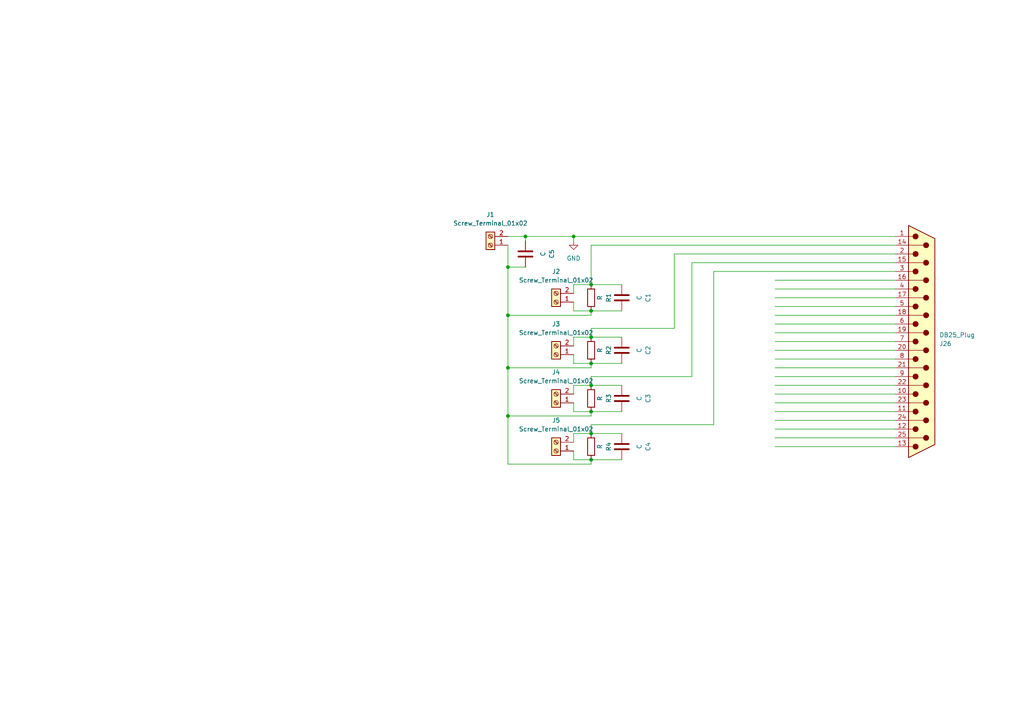
<source format=kicad_sch>
(kicad_sch (version 20230121) (generator eeschema)
  (paper "A4")
  (lib_symbols
    (symbol "Connector:DB25_Plug" (pin_names (offset 1.016) hide)
      (property "Reference" "J" (at 0 34.29 0))
      (property "Value" "DB25_Plug" (at 0 -34.925 0))
      (symbol "DB25_Plug_0_1"
        (circle (center -1.778 -30.48) (radius 0.762) (fill (type outline)))
        (circle (center -1.778 -25.4) (radius 0.762) (fill (type outline)))
        (circle (center -1.778 -20.32) (radius 0.762) (fill (type outline)))
        (circle (center -1.778 -15.24) (radius 0.762) (fill (type outline)))
        (circle (center -1.778 -10.16) (radius 0.762) (fill (type outline)))
        (circle (center -1.778 -5.08) (radius 0.762) (fill (type outline)))
        (circle (center -1.778 0) (radius 0.762) (fill (type outline)))
        (circle (center -1.778 5.08) (radius 0.762) (fill (type outline)))
        (circle (center -1.778 10.16) (radius 0.762) (fill (type outline)))
        (circle (center -1.778 15.24) (radius 0.762) (fill (type outline)))
        (circle (center -1.778 20.32) (radius 0.762) (fill (type outline)))
        (circle (center -1.778 25.4) (radius 0.762) (fill (type outline)))
        (circle (center -1.778 30.48) (radius 0.762) (fill (type outline)))
        (polyline (pts (xy -3.81 -30.48) (xy -2.54 -30.48)))
        (polyline (pts (xy -3.81 -27.94) (xy 0.508 -27.94)))
        (polyline (pts (xy -3.81 -25.4) (xy -2.54 -25.4)))
        (polyline (pts (xy -3.81 -22.86) (xy 0.508 -22.86)))
        (polyline (pts (xy -3.81 -20.32) (xy -2.54 -20.32)))
        (polyline (pts (xy -3.81 -17.78) (xy 0.508 -17.78)))
        (polyline (pts (xy -3.81 -15.24) (xy -2.54 -15.24)))
        (polyline (pts (xy -3.81 -12.7) (xy 0.508 -12.7)))
        (polyline (pts (xy -3.81 -10.16) (xy -2.54 -10.16)))
        (polyline (pts (xy -3.81 -7.62) (xy 0.508 -7.62)))
        (polyline (pts (xy -3.81 -5.08) (xy -2.54 -5.08)))
        (polyline (pts (xy -3.81 -2.54) (xy 0.508 -2.54)))
        (polyline (pts (xy -3.81 0) (xy -2.54 0)))
        (polyline (pts (xy -3.81 2.54) (xy 0.508 2.54)))
        (polyline (pts (xy -3.81 5.08) (xy -2.54 5.08)))
        (polyline (pts (xy -3.81 7.62) (xy 0.508 7.62)))
        (polyline (pts (xy -3.81 10.16) (xy -2.54 10.16)))
        (polyline (pts (xy -3.81 12.7) (xy 0.508 12.7)))
        (polyline (pts (xy -3.81 15.24) (xy -2.54 15.24)))
        (polyline (pts (xy -3.81 17.78) (xy 0.508 17.78)))
        (polyline (pts (xy -3.81 20.32) (xy -2.54 20.32)))
        (polyline (pts (xy -3.81 22.86) (xy 0.508 22.86)))
        (polyline (pts (xy -3.81 25.4) (xy -2.54 25.4)))
        (polyline (pts (xy -3.81 27.94) (xy 0.508 27.94)))
        (polyline (pts (xy -3.81 30.48) (xy -2.54 30.48)))
        (polyline (pts (xy -3.81 -33.655) (xy 3.81 -29.845) (xy 3.81 29.845) (xy -3.81 33.655) (xy -3.81 -33.655)) (stroke (width 0.254)) (fill (type background)))
        (circle (center 1.27 -27.94) (radius 0.762) (fill (type outline)))
        (circle (center 1.27 -22.86) (radius 0.762) (fill (type outline)))
        (circle (center 1.27 -17.78) (radius 0.762) (fill (type outline)))
        (circle (center 1.27 -12.7) (radius 0.762) (fill (type outline)))
        (circle (center 1.27 -7.62) (radius 0.762) (fill (type outline)))
        (circle (center 1.27 -2.54) (radius 0.762) (fill (type outline)))
        (circle (center 1.27 2.54) (radius 0.762) (fill (type outline)))
        (circle (center 1.27 7.62) (radius 0.762) (fill (type outline)))
        (circle (center 1.27 12.7) (radius 0.762) (fill (type outline)))
        (circle (center 1.27 17.78) (radius 0.762) (fill (type outline)))
        (circle (center 1.27 22.86) (radius 0.762) (fill (type outline)))
        (circle (center 1.27 27.94) (radius 0.762) (fill (type outline)))
      )
      (symbol "DB25_Plug_1_1"
        (pin passive line (at -7.62 -30.48 0) (length 3.81) (name "1") (number "1"))
        (pin passive line (at -7.62 15.24 0) (length 3.81) (name "10") (number "10"))
        (pin passive line (at -7.62 20.32 0) (length 3.81) (name "11") (number "11"))
        (pin passive line (at -7.62 25.4 0) (length 3.81) (name "12") (number "12"))
        (pin passive line (at -7.62 30.48 0) (length 3.81) (name "13") (number "13"))
        (pin passive line (at -7.62 -27.94 0) (length 3.81) (name "P14") (number "14"))
        (pin passive line (at -7.62 -22.86 0) (length 3.81) (name "P15") (number "15"))
        (pin passive line (at -7.62 -17.78 0) (length 3.81) (name "P16") (number "16"))
        (pin passive line (at -7.62 -12.7 0) (length 3.81) (name "P17") (number "17"))
        (pin passive line (at -7.62 -7.62 0) (length 3.81) (name "P18") (number "18"))
        (pin passive line (at -7.62 -2.54 0) (length 3.81) (name "P19") (number "19"))
        (pin passive line (at -7.62 -25.4 0) (length 3.81) (name "2") (number "2"))
        (pin passive line (at -7.62 2.54 0) (length 3.81) (name "P20") (number "20"))
        (pin passive line (at -7.62 7.62 0) (length 3.81) (name "P21") (number "21"))
        (pin passive line (at -7.62 12.7 0) (length 3.81) (name "P22") (number "22"))
        (pin passive line (at -7.62 17.78 0) (length 3.81) (name "P23") (number "23"))
        (pin passive line (at -7.62 22.86 0) (length 3.81) (name "P24") (number "24"))
        (pin passive line (at -7.62 27.94 0) (length 3.81) (name "P25") (number "25"))
        (pin passive line (at -7.62 -20.32 0) (length 3.81) (name "3") (number "3"))
        (pin passive line (at -7.62 -15.24 0) (length 3.81) (name "4") (number "4"))
        (pin passive line (at -7.62 -10.16 0) (length 3.81) (name "5") (number "5"))
        (pin passive line (at -7.62 -5.08 0) (length 3.81) (name "6") (number "6"))
        (pin passive line (at -7.62 0 0) (length 3.81) (name "7") (number "7"))
        (pin passive line (at -7.62 5.08 0) (length 3.81) (name "8") (number "8"))
        (pin passive line (at -7.62 10.16 0) (length 3.81) (name "9") (number "9"))
      )
    )
    (symbol "Connector:Screw_Terminal_01x02" (pin_names (offset 1.016) hide)
      (property "Reference" "J" (at 0 2.54 0))
      (property "Value" "Screw_Terminal_01x02" (at 0 -5.08 0))
      (symbol "Screw_Terminal_01x02_1_1"
        (rectangle (start -1.27 1.27) (end 1.27 -3.81) (stroke (width 0.254)) (fill (type background)))
        (circle (center 0 -2.54) (radius 0.635) (stroke (width 0.1524)))
        (polyline (pts (xy -0.5334 -2.2098) (xy 0.3302 -3.048)) (stroke (width 0.1524)))
        (polyline (pts (xy -0.5334 0.3302) (xy 0.3302 -0.508)) (stroke (width 0.1524)))
        (polyline (pts (xy -0.3556 -2.032) (xy 0.508 -2.8702)) (stroke (width 0.1524)))
        (polyline (pts (xy -0.3556 0.508) (xy 0.508 -0.3302)) (stroke (width 0.1524)))
        (circle (center 0 0) (radius 0.635) (stroke (width 0.1524)))
        (pin passive line (at -5.08 0 0) (length 3.81) (name "Pin_1") (number "1"))
        (pin passive line (at -5.08 -2.54 0) (length 3.81) (name "Pin_2") (number "2"))
      )
    )
    (symbol "Device:C" (pin_numbers hide) (pin_names (offset 0.254))
      (property "Reference" "C" (at 0.635 2.54 0))
      (property "Value" "C" (at 0.635 -2.54 0))
      (symbol "C_0_1"
        (polyline (pts (xy -2.032 -0.762) (xy 2.032 -0.762)) (stroke (width 0.508)))
        (polyline (pts (xy -2.032 0.762) (xy 2.032 0.762)) (stroke (width 0.508)))
      )
      (symbol "C_1_1"
        (pin passive line (at 0 3.81 270) (length 2.794) (name "~") (number "1"))
        (pin passive line (at 0 -3.81 90) (length 2.794) (name "~") (number "2"))
      )
    )
    (symbol "Device:R" (pin_numbers hide) (pin_names (offset 0))
      (property "Reference" "R" (at 2.032 0 90))
      (property "Value" "R" (at 0 0 90))
      (symbol "R_0_1"
        (rectangle (start -1.016 -2.54) (end 1.016 2.54) (stroke (width 0.254)))
      )
      (symbol "R_1_1"
        (pin passive line (at 0 3.81 270) (length 1.27) (name "~") (number "1"))
        (pin passive line (at 0 -3.81 90) (length 1.27) (name "~") (number "2"))
      )
    )
    (symbol "power:GND" (power) (pin_names (offset 0))
      (property "Value" "GND" (at 0 -3.81 0))
      (symbol "GND_0_1"
        (polyline (pts (xy 0 0) (xy 0 -1.27) (xy 1.27 -1.27) (xy 0 -2.54) (xy -1.27 -1.27) (xy 0 -1.27)))
      )
      (symbol "GND_1_1"
        (pin power_in line (at 0 0 270) (length 0) hide (name "GND") (number "1"))
      )
    )
  )
  (junction (at 147.32 106.68))
  (junction (at 147.32 91.44))
  (junction (at 171.45 82.55))
  (junction (at 171.45 119.38))
  (junction (at 171.45 125.73))
  (junction (at 147.32 120.65))
  (junction (at 171.45 97.79))
  (junction (at 147.32 77.47))
  (junction (at 171.45 105.41))
  (junction (at 171.45 111.76))
  (junction (at 152.4 68.58))
  (junction (at 171.45 90.17))
  (junction (at 166.37 68.58))
  (junction (at 171.45 133.35))
  (wire (pts (xy 180.34 82.55) (xy 171.45 82.55)))
  (wire (pts (xy 166.37 133.35) (xy 171.45 133.35)))
  (wire (pts (xy 147.32 91.44) (xy 171.45 91.44)))
  (wire (pts (xy 180.34 119.38) (xy 171.45 119.38)))
  (wire (pts (xy 166.37 128.27) (xy 166.37 125.73)))
  (wire (pts (xy 180.34 105.41) (xy 171.45 105.41)))
  (wire (pts (xy 166.37 119.38) (xy 171.45 119.38)))
  (wire (pts (xy 147.32 68.58) (xy 152.4 68.58)))
  (wire (pts (xy 166.37 125.73) (xy 171.45 125.73)))
  (wire (pts (xy 171.45 95.25) (xy 171.45 97.79)))
  (wire (pts (xy 195.58 95.25) (xy 171.45 95.25)))
  (wire (pts (xy 171.45 71.12) (xy 259.715 71.12)))
  (wire (pts (xy 147.32 120.65) (xy 147.32 134.62)))
  (wire (pts (xy 166.37 102.87) (xy 166.37 105.41)))
  (wire (pts (xy 207.01 78.74) (xy 207.01 123.19)))
  (wire (pts (xy 224.79 86.36) (xy 259.715 86.36)))
  (wire (pts (xy 166.37 114.3) (xy 166.37 111.76)))
  (wire (pts (xy 224.79 104.14) (xy 259.715 104.14)))
  (wire (pts (xy 224.79 106.68) (xy 259.715 106.68)))
  (wire (pts (xy 224.79 93.98) (xy 259.715 93.98)))
  (wire (pts (xy 147.32 77.47) (xy 147.32 91.44)))
  (wire (pts (xy 147.32 71.12) (xy 147.32 77.47)))
  (wire (pts (xy 224.79 129.54) (xy 259.715 129.54)))
  (wire (pts (xy 180.34 97.79) (xy 171.45 97.79)))
  (wire (pts (xy 224.79 119.38) (xy 259.715 119.38)))
  (wire (pts (xy 224.79 109.22) (xy 259.715 109.22)))
  (wire (pts (xy 147.32 106.68) (xy 147.32 120.65)))
  (wire (pts (xy 166.37 111.76) (xy 171.45 111.76)))
  (wire (pts (xy 224.79 101.6) (xy 259.715 101.6)))
  (wire (pts (xy 224.79 124.46) (xy 259.715 124.46)))
  (wire (pts (xy 180.34 90.17) (xy 171.45 90.17)))
  (wire (pts (xy 166.37 68.58) (xy 166.37 69.85)))
  (wire (pts (xy 166.37 116.84) (xy 166.37 119.38)))
  (wire (pts (xy 195.58 73.66) (xy 195.58 95.25)))
  (wire (pts (xy 195.58 73.66) (xy 259.715 73.66)))
  (wire (pts (xy 224.79 88.9) (xy 259.715 88.9)))
  (wire (pts (xy 224.79 114.3) (xy 259.715 114.3)))
  (wire (pts (xy 200.66 76.2) (xy 259.715 76.2)))
  (wire (pts (xy 152.4 68.58) (xy 166.37 68.58)))
  (wire (pts (xy 224.79 91.44) (xy 259.715 91.44)))
  (wire (pts (xy 224.79 121.92) (xy 259.715 121.92)))
  (wire (pts (xy 147.32 91.44) (xy 147.32 106.68)))
  (wire (pts (xy 171.45 123.19) (xy 171.45 125.73)))
  (wire (pts (xy 224.79 99.06) (xy 259.715 99.06)))
  (wire (pts (xy 166.37 130.81) (xy 166.37 133.35)))
  (wire (pts (xy 224.79 83.82) (xy 259.715 83.82)))
  (wire (pts (xy 207.01 78.74) (xy 259.715 78.74)))
  (wire (pts (xy 224.79 111.76) (xy 259.715 111.76)))
  (wire (pts (xy 171.45 109.22) (xy 171.45 111.76)))
  (wire (pts (xy 171.45 90.17) (xy 171.45 91.44)))
  (wire (pts (xy 147.32 77.47) (xy 152.4 77.47)))
  (wire (pts (xy 224.79 116.84) (xy 259.715 116.84)))
  (wire (pts (xy 224.79 127) (xy 259.715 127)))
  (wire (pts (xy 200.66 76.2) (xy 200.66 109.22)))
  (wire (pts (xy 180.34 125.73) (xy 171.45 125.73)))
  (wire (pts (xy 166.37 97.79) (xy 171.45 97.79)))
  (wire (pts (xy 166.37 90.17) (xy 171.45 90.17)))
  (wire (pts (xy 171.45 71.12) (xy 171.45 82.55)))
  (wire (pts (xy 166.37 85.09) (xy 166.37 82.55)))
  (wire (pts (xy 152.4 68.58) (xy 152.4 69.85)))
  (wire (pts (xy 166.37 105.41) (xy 171.45 105.41)))
  (wire (pts (xy 166.37 68.58) (xy 259.715 68.58)))
  (wire (pts (xy 224.79 81.28) (xy 259.715 81.28)))
  (wire (pts (xy 207.01 123.19) (xy 171.45 123.19)))
  (wire (pts (xy 166.37 100.33) (xy 166.37 97.79)))
  (wire (pts (xy 147.32 120.65) (xy 171.45 120.65)))
  (wire (pts (xy 171.45 134.62) (xy 171.45 133.35)))
  (wire (pts (xy 166.37 87.63) (xy 166.37 90.17)))
  (wire (pts (xy 171.45 105.41) (xy 171.45 106.68)))
  (wire (pts (xy 166.37 82.55) (xy 171.45 82.55)))
  (wire (pts (xy 171.45 119.38) (xy 171.45 120.65)))
  (wire (pts (xy 224.79 96.52) (xy 259.715 96.52)))
  (wire (pts (xy 180.34 133.35) (xy 171.45 133.35)))
  (wire (pts (xy 180.34 111.76) (xy 171.45 111.76)))
  (wire (pts (xy 147.32 134.62) (xy 171.45 134.62)))
  (wire (pts (xy 200.66 109.22) (xy 171.45 109.22)))
  (wire (pts (xy 147.32 106.68) (xy 171.45 106.68)))
  (symbol (lib_id "Connector:Screw_Terminal_01x02") (at 161.29 130.81 180) (unit 1)
    (property "Reference" "J5" (at 161.29 121.92 0))
    (property "Value" "Screw_Terminal_01x02" (at 161.29 124.46 0))
    (property "Footprint" "TerminalBlock_Phoenix:TerminalBlock_Phoenix_MKDS-1,5-2-5.08_1x02_P5.08mm_Horizontal" (effects hide))
    (property "LCSC" "C8465" (effects hide))
  )
  (symbol (lib_id "Connector:Screw_Terminal_01x02") (at 161.29 102.87 180) (unit 1)
    (property "Reference" "J3" (at 161.29 93.98 0))
    (property "Value" "Screw_Terminal_01x02" (at 161.29 96.52 0))
    (property "Footprint" "TerminalBlock_Phoenix:TerminalBlock_Phoenix_MKDS-1,5-2-5.08_1x02_P5.08mm_Horizontal" (effects hide))
    (property "LCSC" "C8465" (effects hide))
  )
  (symbol (lib_id "Device:R") (at 171.45 129.54 0) (unit 1)
    (property "Reference" "R4" (at 176.53 129.54 90))
    (property "Value" "R" (at 173.99 129.54 90))
    (property "Footprint" "Resistor_SMD:R_0805_2012Metric" (effects hide))
    (property "LCSC" "C149504" (effects hide))
  )
  (symbol (lib_id "Device:R") (at 171.45 86.36 0) (unit 1)
    (property "Reference" "R1" (at 176.53 86.36 90))
    (property "Value" "R" (at 173.99 86.36 90))
    (property "Footprint" "Resistor_SMD:R_0805_2012Metric" (effects hide))
    (property "LCSC" "C149504" (effects hide))
  )
  (symbol (lib_id "Device:C") (at 180.34 101.6 0) (unit 1)
    (property "Reference" "C2" (at 187.96 101.6 90))
    (property "Value" "C" (at 185.42 101.6 90))
    (property "Footprint" "Capacitor_SMD:C_0805_2012Metric" (effects hide))
    (property "LCSC" "C82028" (effects hide))
  )
  (symbol (lib_id "Device:C") (at 152.4 73.66 0) (unit 1)
    (property "Reference" "C5" (at 160.02 73.66 90))
    (property "Value" "C" (at 157.48 73.66 90))
    (property "Footprint" "Capacitor_SMD:C_0805_2012Metric" (effects hide))
    (property "LCSC" "C82028" (effects hide))
  )
  (symbol (lib_id "Device:C") (at 180.34 115.57 0) (unit 1)
    (property "Reference" "C3" (at 187.96 115.57 90))
    (property "Value" "C" (at 185.42 115.57 90))
    (property "Footprint" "Capacitor_SMD:C_0805_2012Metric" (effects hide))
    (property "LCSC" "C82028" (effects hide))
  )
  (symbol (lib_id "power:GND") (at 166.37 69.85 0) (unit 1)
    (property "Reference" "#PWR01" (effects hide))
    (property "Value" "GND" (at 166.37 74.93 0))
  )
  (symbol (lib_id "Connector:Screw_Terminal_01x02") (at 142.24 71.12 180) (unit 1)
    (property "Reference" "J1" (at 142.24 62.23 0))
    (property "Value" "Screw_Terminal_01x02" (at 142.24 64.77 0))
    (property "Footprint" "TerminalBlock_Phoenix:TerminalBlock_Phoenix_MKDS-1,5-2-5.08_1x02_P5.08mm_Horizontal" (effects hide))
    (property "LCSC" "C8465" (effects hide))
  )
  (symbol (lib_id "Device:R") (at 171.45 115.57 0) (unit 1)
    (property "Reference" "R3" (at 176.53 115.57 90))
    (property "Value" "R" (at 173.99 115.57 90))
    (property "Footprint" "Resistor_SMD:R_0805_2012Metric" (effects hide))
    (property "LCSC" "C149504" (effects hide))
  )
  (symbol (lib_id "Device:C") (at 180.34 86.36 0) (unit 1)
    (property "Reference" "C1" (at 187.96 86.36 90))
    (property "Value" "C" (at 185.42 86.36 90))
    (property "Footprint" "Capacitor_SMD:C_0805_2012Metric" (effects hide))
    (property "LCSC" "C82028" (effects hide))
  )
  (symbol (lib_id "Connector:DB25_Plug") (at 267.335 99.06 0) (mirror x) (unit 1)
    (property "Reference" "J26" (at 272.415 99.695 0) (effects (justify left)))
    (property "Value" "DB25_Plug" (at 272.415 97.155 0) (effects (justify left)))
    (property "Footprint" "0_footprint_Library:Norcomp-380-025-113L001-microd_Updated" (effects hide))
    (property "Datasheet" " ~" (effects hide))
  )
  (symbol (lib_id "Device:C") (at 180.34 129.54 0) (unit 1)
    (property "Reference" "C4" (at 187.96 129.54 90))
    (property "Value" "C" (at 185.42 129.54 90))
    (property "Footprint" "Capacitor_SMD:C_0805_2012Metric" (effects hide))
    (property "LCSC" "C82028" (effects hide))
  )
  (symbol (lib_id "Connector:Screw_Terminal_01x02") (at 161.29 116.84 180) (unit 1)
    (property "Reference" "J4" (at 161.29 107.95 0))
    (property "Value" "Screw_Terminal_01x02" (at 161.29 110.49 0))
    (property "Footprint" "TerminalBlock_Phoenix:TerminalBlock_Phoenix_MKDS-1,5-2-5.08_1x02_P5.08mm_Horizontal" (effects hide))
    (property "LCSC" "C8465" (effects hide))
  )
  (symbol (lib_id "Connector:Screw_Terminal_01x02") (at 161.29 87.63 180) (unit 1)
    (property "Reference" "J2" (at 161.29 78.74 0))
    (property "Value" "Screw_Terminal_01x02" (at 161.29 81.28 0))
    (property "Footprint" "TerminalBlock_Phoenix:TerminalBlock_Phoenix_MKDS-1,5-2-5.08_1x02_P5.08mm_Horizontal" (effects hide))
    (property "LCSC" "C8465" (effects hide))
  )
  (symbol (lib_id "Device:R") (at 171.45 101.6 0) (unit 1)
    (property "Reference" "R2" (at 176.53 101.6 90))
    (property "Value" "R" (at 173.99 101.6 90))
    (property "Footprint" "Resistor_SMD:R_0805_2012Metric" (effects hide))
    (property "LCSC" "C149504" (effects hide))
  )
)
</source>
